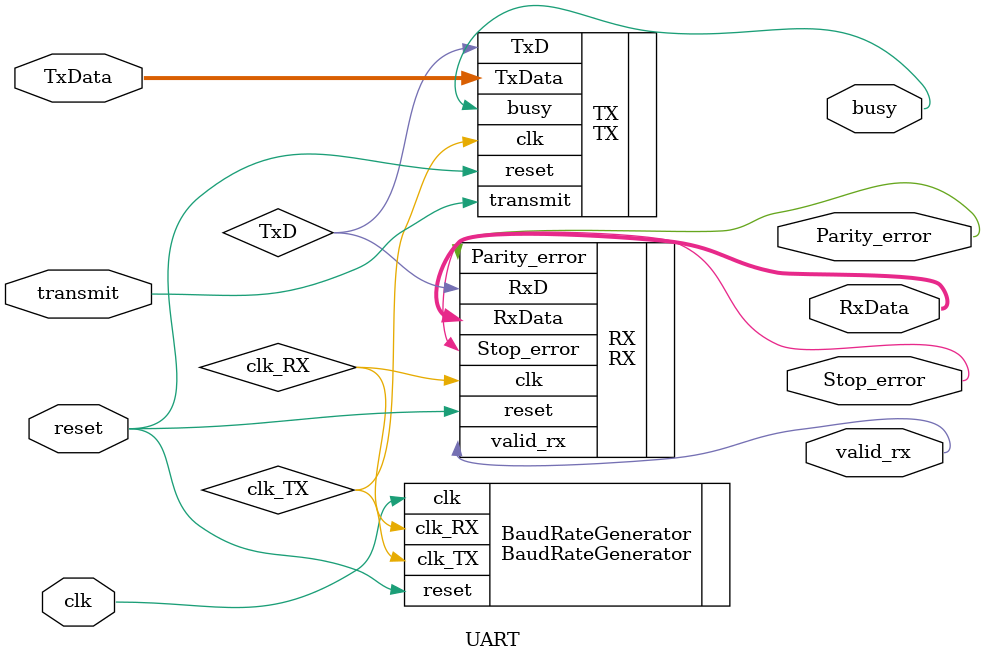
<source format=v>
module UART (
    input clk,reset,transmit,
    input [7:0] TxData,
    output [7:0] RxData,
    output valid_rx,Parity_error,Stop_error,busy
);
wire clk_RX,clk_TX,TxD;

//BaudRateGenerator
BaudRateGenerator BaudRateGenerator(.clk(clk),.reset(reset),.clk_TX(clk_TX),.clk_RX(clk_RX));

//TX
TX TX(.clk(clk_TX),.reset(reset),.transmit(transmit),.TxData(TxData),.TxD(TxD),.busy(busy));

//RX
RX RX (.clk(clk_RX),.reset(reset),.RxD(TxD),.valid_rx(valid_rx),.Parity_error(Parity_error),
.Stop_error(Stop_error),.RxData(RxData));
endmodule 

</source>
